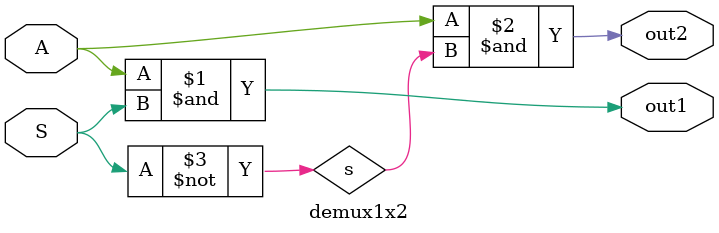
<source format=v>
module demux1x2(A,S,out1,out2);
	input A,S;
	output out1,out2;
	
	wire s;
	not (s,S);
	
	
	and (out1,A,S);
	and (out2,A,s);
	
endmodule 
</source>
